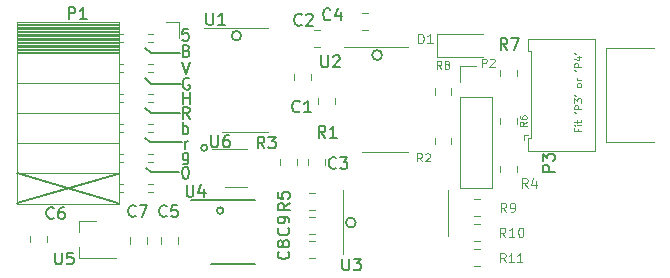
<source format=gto>
G04 #@! TF.GenerationSoftware,KiCad,Pcbnew,(5.1.4)-1*
G04 #@! TF.CreationDate,2020-02-28T01:30:03+00:00*
G04 #@! TF.ProjectId,analog,616e616c-6f67-42e6-9b69-6361645f7063,rev?*
G04 #@! TF.SameCoordinates,Original*
G04 #@! TF.FileFunction,Legend,Top*
G04 #@! TF.FilePolarity,Positive*
%FSLAX46Y46*%
G04 Gerber Fmt 4.6, Leading zero omitted, Abs format (unit mm)*
G04 Created by KiCad (PCBNEW (5.1.4)-1) date 2020-02-28 01:30:03*
%MOMM*%
%LPD*%
G04 APERTURE LIST*
%ADD10C,0.100000*%
%ADD11C,0.150000*%
%ADD12C,0.120000*%
G04 APERTURE END LIST*
D10*
X75210542Y-42088045D02*
X75210542Y-42288045D01*
X75524828Y-42288045D02*
X74924828Y-42288045D01*
X74924828Y-42002331D01*
X75524828Y-41773760D02*
X75124828Y-41773760D01*
X74924828Y-41773760D02*
X74953400Y-41802331D01*
X74981971Y-41773760D01*
X74953400Y-41745188D01*
X74924828Y-41773760D01*
X74981971Y-41773760D01*
X75124828Y-41573760D02*
X75124828Y-41345188D01*
X74924828Y-41488045D02*
X75439114Y-41488045D01*
X75496257Y-41459474D01*
X75524828Y-41402331D01*
X75524828Y-41345188D01*
X74924828Y-40659474D02*
X75039114Y-40716617D01*
X75524828Y-40402331D02*
X74924828Y-40402331D01*
X74924828Y-40173760D01*
X74953400Y-40116617D01*
X74981971Y-40088045D01*
X75039114Y-40059474D01*
X75124828Y-40059474D01*
X75181971Y-40088045D01*
X75210542Y-40116617D01*
X75239114Y-40173760D01*
X75239114Y-40402331D01*
X74924828Y-39859474D02*
X74924828Y-39488045D01*
X75153400Y-39688045D01*
X75153400Y-39602331D01*
X75181971Y-39545188D01*
X75210542Y-39516617D01*
X75267685Y-39488045D01*
X75410542Y-39488045D01*
X75467685Y-39516617D01*
X75496257Y-39545188D01*
X75524828Y-39602331D01*
X75524828Y-39773760D01*
X75496257Y-39830902D01*
X75467685Y-39859474D01*
X74924828Y-39202331D02*
X75039114Y-39259474D01*
X75524828Y-38402331D02*
X75496257Y-38459474D01*
X75467685Y-38488045D01*
X75410542Y-38516617D01*
X75239114Y-38516617D01*
X75181971Y-38488045D01*
X75153400Y-38459474D01*
X75124828Y-38402331D01*
X75124828Y-38316617D01*
X75153400Y-38259474D01*
X75181971Y-38230902D01*
X75239114Y-38202331D01*
X75410542Y-38202331D01*
X75467685Y-38230902D01*
X75496257Y-38259474D01*
X75524828Y-38316617D01*
X75524828Y-38402331D01*
X75524828Y-37945188D02*
X75124828Y-37945188D01*
X75239114Y-37945188D02*
X75181971Y-37916617D01*
X75153400Y-37888045D01*
X75124828Y-37830902D01*
X75124828Y-37773760D01*
X74924828Y-37088045D02*
X75039114Y-37145188D01*
X75524828Y-36830902D02*
X74924828Y-36830902D01*
X74924828Y-36602331D01*
X74953400Y-36545188D01*
X74981971Y-36516617D01*
X75039114Y-36488045D01*
X75124828Y-36488045D01*
X75181971Y-36516617D01*
X75210542Y-36545188D01*
X75239114Y-36602331D01*
X75239114Y-36830902D01*
X75124828Y-35973760D02*
X75524828Y-35973760D01*
X74896257Y-36116617D02*
X75324828Y-36259474D01*
X75324828Y-35888045D01*
X74924828Y-35630902D02*
X75039114Y-35688045D01*
D11*
X27780800Y-48320960D02*
X36315200Y-45882560D01*
X27780800Y-45831760D02*
X36315200Y-48371760D01*
X43863028Y-43659007D02*
G75*
G03X43863028Y-43659007I-263108J0D01*
G01*
X39083800Y-45755560D02*
X41496800Y-45755560D01*
X38702800Y-45349160D02*
X39083800Y-45755560D01*
X56431808Y-49999900D02*
G75*
G03X56431808Y-49999900I-418908J0D01*
G01*
X39541000Y-43215560D02*
X41700000Y-43215560D01*
X39617200Y-38237160D02*
X41598400Y-38237160D01*
X39566400Y-40726360D02*
X41547600Y-40726360D01*
X39058400Y-35620960D02*
X41573000Y-35620960D01*
X38626600Y-35189160D02*
X39058400Y-35620960D01*
X39033000Y-43215560D02*
X38626600Y-42809160D01*
X39541000Y-43215560D02*
X39033000Y-43215560D01*
X39058400Y-40726360D02*
X38601200Y-40269160D01*
X39566400Y-40726360D02*
X39058400Y-40726360D01*
X39134600Y-38237160D02*
X38626600Y-37729160D01*
X39617200Y-38237160D02*
X39134600Y-38237160D01*
X45224766Y-48981360D02*
G75*
G03X45224766Y-48981360I-273566J0D01*
G01*
X41933371Y-43794940D02*
X41933371Y-43128274D01*
X41933371Y-43318750D02*
X41980990Y-43223512D01*
X42028609Y-43175893D01*
X42123847Y-43128274D01*
X42219085Y-43128274D01*
X42365123Y-41229540D02*
X42031790Y-40753350D01*
X41793695Y-41229540D02*
X41793695Y-40229540D01*
X42174647Y-40229540D01*
X42269885Y-40277160D01*
X42317504Y-40324779D01*
X42365123Y-40420017D01*
X42365123Y-40562874D01*
X42317504Y-40658112D01*
X42269885Y-40705731D01*
X42174647Y-40753350D01*
X41793695Y-40753350D01*
X42342904Y-37787960D02*
X42247666Y-37740340D01*
X42104809Y-37740340D01*
X41961952Y-37787960D01*
X41866714Y-37883198D01*
X41819095Y-37978436D01*
X41771476Y-38168912D01*
X41771476Y-38311769D01*
X41819095Y-38502245D01*
X41866714Y-38597483D01*
X41961952Y-38692721D01*
X42104809Y-38740340D01*
X42200047Y-38740340D01*
X42342904Y-38692721D01*
X42390523Y-38645102D01*
X42390523Y-38311769D01*
X42200047Y-38311769D01*
X58661928Y-35819080D02*
G75*
G03X58661928Y-35819080I-418908J0D01*
G01*
X46729200Y-34173160D02*
G75*
G03X46729200Y-34173160I-401609J0D01*
G01*
X41969880Y-45284140D02*
X42065119Y-45284140D01*
X42160357Y-45331760D01*
X42207976Y-45379379D01*
X42255595Y-45474617D01*
X42303214Y-45665093D01*
X42303214Y-45903188D01*
X42255595Y-46093664D01*
X42207976Y-46188902D01*
X42160357Y-46236521D01*
X42065119Y-46284140D01*
X41969880Y-46284140D01*
X41874642Y-46236521D01*
X41827023Y-46188902D01*
X41779404Y-46093664D01*
X41731785Y-45903188D01*
X41731785Y-45665093D01*
X41779404Y-45474617D01*
X41827023Y-45379379D01*
X41874642Y-45331760D01*
X41969880Y-45284140D01*
X42101628Y-35447931D02*
X42244485Y-35495550D01*
X42292104Y-35543169D01*
X42339723Y-35638407D01*
X42339723Y-35781264D01*
X42292104Y-35876502D01*
X42244485Y-35924121D01*
X42149247Y-35971740D01*
X41768295Y-35971740D01*
X41768295Y-34971740D01*
X42101628Y-34971740D01*
X42196866Y-35019360D01*
X42244485Y-35066979D01*
X42292104Y-35162217D01*
X42292104Y-35257455D01*
X42244485Y-35352693D01*
X42196866Y-35400312D01*
X42101628Y-35447931D01*
X41768295Y-35447931D01*
X42244485Y-44068074D02*
X42244485Y-44877598D01*
X42196866Y-44972836D01*
X42149247Y-45020455D01*
X42054009Y-45068074D01*
X41911152Y-45068074D01*
X41815914Y-45020455D01*
X42244485Y-44687121D02*
X42149247Y-44734740D01*
X41958771Y-44734740D01*
X41863533Y-44687121D01*
X41815914Y-44639502D01*
X41768295Y-44544264D01*
X41768295Y-44258550D01*
X41815914Y-44163312D01*
X41863533Y-44115693D01*
X41958771Y-44068074D01*
X42149247Y-44068074D01*
X42244485Y-44115693D01*
X41790514Y-42524940D02*
X41790514Y-41524940D01*
X41790514Y-41905893D02*
X41885752Y-41858274D01*
X42076228Y-41858274D01*
X42171466Y-41905893D01*
X42219085Y-41953512D01*
X42266704Y-42048750D01*
X42266704Y-42334464D01*
X42219085Y-42429702D01*
X42171466Y-42477321D01*
X42076228Y-42524940D01*
X41885752Y-42524940D01*
X41790514Y-42477321D01*
X41795285Y-39984940D02*
X41795285Y-38984940D01*
X41795285Y-39461131D02*
X42366714Y-39461131D01*
X42366714Y-39984940D02*
X42366714Y-38984940D01*
X41722266Y-36444940D02*
X42055600Y-37444940D01*
X42388933Y-36444940D01*
X42268295Y-33600140D02*
X41792104Y-33600140D01*
X41744485Y-34076331D01*
X41792104Y-34028712D01*
X41887342Y-33981093D01*
X42125438Y-33981093D01*
X42220676Y-34028712D01*
X42268295Y-34076331D01*
X42315914Y-34171569D01*
X42315914Y-34409664D01*
X42268295Y-34504902D01*
X42220676Y-34552521D01*
X42125438Y-34600140D01*
X41887342Y-34600140D01*
X41792104Y-34552521D01*
X41744485Y-34504902D01*
D12*
X47034000Y-42367360D02*
X48984000Y-42367360D01*
X47034000Y-42367360D02*
X45084000Y-42367360D01*
X47034000Y-33497360D02*
X48984000Y-33497360D01*
X47034000Y-33497360D02*
X43584000Y-33497360D01*
X53789200Y-45127812D02*
X53789200Y-44605308D01*
X52369200Y-45127812D02*
X52369200Y-44605308D01*
X65287400Y-36780160D02*
X66617400Y-36780160D01*
X65287400Y-38110160D02*
X65287400Y-36780160D01*
X65287400Y-39380160D02*
X67947400Y-39380160D01*
X67947400Y-39380160D02*
X67947400Y-47060160D01*
X65287400Y-39380160D02*
X65287400Y-47060160D01*
X65287400Y-47060160D02*
X67947400Y-47060160D01*
X64245200Y-49209960D02*
X64245200Y-47259960D01*
X64245200Y-49209960D02*
X64245200Y-51159960D01*
X55375200Y-49209960D02*
X55375200Y-47259960D01*
X55375200Y-49209960D02*
X55375200Y-52659960D01*
D11*
X44163700Y-53485160D02*
X47872300Y-53485160D01*
X42493000Y-48085160D02*
X47876600Y-48085160D01*
D12*
X68676000Y-45189508D02*
X68676000Y-45712012D01*
X70096000Y-45189508D02*
X70096000Y-45712012D01*
X68676000Y-41673412D02*
X68676000Y-41150908D01*
X70096000Y-41673412D02*
X70096000Y-41150908D01*
X68663300Y-37061508D02*
X68663300Y-37584012D01*
X70083300Y-37061508D02*
X70083300Y-37584012D01*
X63113400Y-39162512D02*
X63113400Y-38640008D01*
X64533400Y-39162512D02*
X64533400Y-38640008D01*
X57490812Y-32274440D02*
X56968308Y-32274440D01*
X57490812Y-33694440D02*
X56968308Y-33694440D01*
X38752400Y-51260108D02*
X38752400Y-51782612D01*
X37332400Y-51260108D02*
X37332400Y-51782612D01*
X28848800Y-51158508D02*
X28848800Y-51681012D01*
X30268800Y-51158508D02*
X30268800Y-51681012D01*
X32964400Y-49839760D02*
X32964400Y-50769760D01*
X32964400Y-52999760D02*
X32964400Y-52069760D01*
X32964400Y-52999760D02*
X36124400Y-52999760D01*
X32964400Y-49839760D02*
X34424400Y-49839760D01*
X52487748Y-52967960D02*
X53010252Y-52967960D01*
X52487748Y-51547960D02*
X53010252Y-51547960D01*
X52633500Y-37379008D02*
X52633500Y-37901512D01*
X51213500Y-37379008D02*
X51213500Y-37901512D01*
X41343200Y-51260108D02*
X41343200Y-51782612D01*
X39923200Y-51260108D02*
X39923200Y-51782612D01*
X63100700Y-43362512D02*
X63100700Y-42840008D01*
X64520700Y-43362512D02*
X64520700Y-42840008D01*
X52856048Y-33704460D02*
X53378552Y-33704460D01*
X52856048Y-35124460D02*
X53378552Y-35124460D01*
X54678200Y-39436408D02*
X54678200Y-39958912D01*
X53258200Y-39436408D02*
X53258200Y-39958912D01*
X58908500Y-44018360D02*
X60858500Y-44018360D01*
X58908500Y-44018360D02*
X56958500Y-44018360D01*
X58908500Y-35148360D02*
X60858500Y-35148360D01*
X58908500Y-35148360D02*
X55458500Y-35148360D01*
X52487748Y-50935960D02*
X53010252Y-50935960D01*
X52487748Y-49515960D02*
X53010252Y-49515960D01*
X53010252Y-48903960D02*
X52487748Y-48903960D01*
X53010252Y-47483960D02*
X52487748Y-47483960D01*
X51452400Y-45137972D02*
X51452400Y-44615468D01*
X50032400Y-45137972D02*
X50032400Y-44615468D01*
X45397400Y-46992180D02*
X47197400Y-46992180D01*
X47197400Y-43772180D02*
X44247400Y-43772180D01*
X66939612Y-49434820D02*
X66417108Y-49434820D01*
X66939612Y-48014820D02*
X66417108Y-48014820D01*
X66949772Y-50100160D02*
X66427268Y-50100160D01*
X66949772Y-51520160D02*
X66427268Y-51520160D01*
X66949772Y-53669000D02*
X66427268Y-53669000D01*
X66949772Y-52249000D02*
X66427268Y-52249000D01*
X27723800Y-33166360D02*
X36353800Y-33166360D01*
X27723800Y-33284455D02*
X36353800Y-33284455D01*
X27723800Y-33402550D02*
X36353800Y-33402550D01*
X27723800Y-33520645D02*
X36353800Y-33520645D01*
X27723800Y-33638740D02*
X36353800Y-33638740D01*
X27723800Y-33756835D02*
X36353800Y-33756835D01*
X27723800Y-33874930D02*
X36353800Y-33874930D01*
X27723800Y-33993025D02*
X36353800Y-33993025D01*
X27723800Y-34111120D02*
X36353800Y-34111120D01*
X27723800Y-34229215D02*
X36353800Y-34229215D01*
X27723800Y-34347310D02*
X36353800Y-34347310D01*
X27723800Y-34465405D02*
X36353800Y-34465405D01*
X27723800Y-34583500D02*
X36353800Y-34583500D01*
X27723800Y-34701595D02*
X36353800Y-34701595D01*
X27723800Y-34819690D02*
X36353800Y-34819690D01*
X27723800Y-34937785D02*
X36353800Y-34937785D01*
X27723800Y-35055880D02*
X36353800Y-35055880D01*
X27723800Y-35173975D02*
X36353800Y-35173975D01*
X27723800Y-35292070D02*
X36353800Y-35292070D01*
X27723800Y-35410165D02*
X36353800Y-35410165D01*
X27723800Y-35528260D02*
X36353800Y-35528260D01*
X36353800Y-34016360D02*
X36763800Y-34016360D01*
X38863800Y-34016360D02*
X39243800Y-34016360D01*
X36353800Y-34736360D02*
X36763800Y-34736360D01*
X38863800Y-34736360D02*
X39243800Y-34736360D01*
X36353800Y-36556360D02*
X36763800Y-36556360D01*
X38863800Y-36556360D02*
X39303800Y-36556360D01*
X36353800Y-37276360D02*
X36763800Y-37276360D01*
X38863800Y-37276360D02*
X39303800Y-37276360D01*
X36353800Y-39096360D02*
X36763800Y-39096360D01*
X38863800Y-39096360D02*
X39303800Y-39096360D01*
X36353800Y-39816360D02*
X36763800Y-39816360D01*
X38863800Y-39816360D02*
X39303800Y-39816360D01*
X36353800Y-41636360D02*
X36763800Y-41636360D01*
X38863800Y-41636360D02*
X39303800Y-41636360D01*
X36353800Y-42356360D02*
X36763800Y-42356360D01*
X38863800Y-42356360D02*
X39303800Y-42356360D01*
X36353800Y-44176360D02*
X36763800Y-44176360D01*
X38863800Y-44176360D02*
X39303800Y-44176360D01*
X36353800Y-44896360D02*
X36763800Y-44896360D01*
X38863800Y-44896360D02*
X39303800Y-44896360D01*
X36353800Y-46716360D02*
X36763800Y-46716360D01*
X38863800Y-46716360D02*
X39303800Y-46716360D01*
X36353800Y-47436360D02*
X36763800Y-47436360D01*
X38863800Y-47436360D02*
X39303800Y-47436360D01*
X27723800Y-35646360D02*
X36353800Y-35646360D01*
X27723800Y-38186360D02*
X36353800Y-38186360D01*
X27723800Y-40726360D02*
X36353800Y-40726360D01*
X27723800Y-43266360D02*
X36353800Y-43266360D01*
X27723800Y-45806360D02*
X36353800Y-45806360D01*
X27723800Y-33046360D02*
X36353800Y-33046360D01*
X36353800Y-33046360D02*
X36353800Y-48406360D01*
X27723800Y-48406360D02*
X36353800Y-48406360D01*
X27723800Y-33046360D02*
X27723800Y-48406360D01*
X41463800Y-33046360D02*
X41463800Y-34376360D01*
X40353800Y-33046360D02*
X41463800Y-33046360D01*
X63275200Y-34011360D02*
X63275200Y-36011360D01*
X63275200Y-36011360D02*
X67175200Y-36011360D01*
X63275200Y-34011360D02*
X67175200Y-34011360D01*
X81655200Y-35200960D02*
X77655200Y-35200960D01*
X77655200Y-35200960D02*
X77655200Y-43200960D01*
X77655200Y-43200960D02*
X81655200Y-43200960D01*
X76714600Y-34440960D02*
X76714600Y-39175960D01*
X70994600Y-34440960D02*
X76714600Y-34440960D01*
X70994600Y-35510960D02*
X70994600Y-34440960D01*
X71294600Y-35510960D02*
X70994600Y-35510960D01*
X71294600Y-39175960D02*
X71294600Y-35510960D01*
X76714600Y-43910960D02*
X76714600Y-39175960D01*
X70994600Y-43910960D02*
X76714600Y-43910960D01*
X70994600Y-42840960D02*
X70994600Y-43910960D01*
X71294600Y-42840960D02*
X70994600Y-42840960D01*
X71294600Y-39175960D02*
X71294600Y-42840960D01*
X70704600Y-42550960D02*
X70704600Y-43050960D01*
X71004600Y-42550960D02*
X70704600Y-42550960D01*
D11*
X43782895Y-32253940D02*
X43782895Y-33063464D01*
X43830514Y-33158702D01*
X43878133Y-33206321D01*
X43973371Y-33253940D01*
X44163847Y-33253940D01*
X44259085Y-33206321D01*
X44306704Y-33158702D01*
X44354323Y-33063464D01*
X44354323Y-32253940D01*
X45354323Y-33253940D02*
X44782895Y-33253940D01*
X45068609Y-33253940D02*
X45068609Y-32253940D01*
X44973371Y-32396798D01*
X44878133Y-32492036D01*
X44782895Y-32539655D01*
X54776893Y-45353242D02*
X54729274Y-45400861D01*
X54586417Y-45448480D01*
X54491179Y-45448480D01*
X54348321Y-45400861D01*
X54253083Y-45305623D01*
X54205464Y-45210385D01*
X54157845Y-45019909D01*
X54157845Y-44877052D01*
X54205464Y-44686576D01*
X54253083Y-44591338D01*
X54348321Y-44496100D01*
X54491179Y-44448480D01*
X54586417Y-44448480D01*
X54729274Y-44496100D01*
X54776893Y-44543719D01*
X55110226Y-44448480D02*
X55729274Y-44448480D01*
X55395940Y-44829433D01*
X55538798Y-44829433D01*
X55634036Y-44877052D01*
X55681655Y-44924671D01*
X55729274Y-45019909D01*
X55729274Y-45258004D01*
X55681655Y-45353242D01*
X55634036Y-45400861D01*
X55538798Y-45448480D01*
X55253083Y-45448480D01*
X55157845Y-45400861D01*
X55110226Y-45353242D01*
D12*
X67116733Y-36826626D02*
X67116733Y-36126626D01*
X67383400Y-36126626D01*
X67450066Y-36159960D01*
X67483400Y-36193293D01*
X67516733Y-36259960D01*
X67516733Y-36359960D01*
X67483400Y-36426626D01*
X67450066Y-36459960D01*
X67383400Y-36493293D01*
X67116733Y-36493293D01*
X67783400Y-36193293D02*
X67816733Y-36159960D01*
X67883400Y-36126626D01*
X68050066Y-36126626D01*
X68116733Y-36159960D01*
X68150066Y-36193293D01*
X68183400Y-36259960D01*
X68183400Y-36326626D01*
X68150066Y-36426626D01*
X67750066Y-36826626D01*
X68183400Y-36826626D01*
D11*
X55301795Y-53056540D02*
X55301795Y-53866064D01*
X55349414Y-53961302D01*
X55397033Y-54008921D01*
X55492271Y-54056540D01*
X55682747Y-54056540D01*
X55777985Y-54008921D01*
X55825604Y-53961302D01*
X55873223Y-53866064D01*
X55873223Y-53056540D01*
X56254176Y-53056540D02*
X56873223Y-53056540D01*
X56539890Y-53437493D01*
X56682747Y-53437493D01*
X56777985Y-53485112D01*
X56825604Y-53532731D01*
X56873223Y-53627969D01*
X56873223Y-53866064D01*
X56825604Y-53961302D01*
X56777985Y-54008921D01*
X56682747Y-54056540D01*
X56397033Y-54056540D01*
X56301795Y-54008921D01*
X56254176Y-53961302D01*
X42106495Y-46808140D02*
X42106495Y-47617664D01*
X42154114Y-47712902D01*
X42201733Y-47760521D01*
X42296971Y-47808140D01*
X42487447Y-47808140D01*
X42582685Y-47760521D01*
X42630304Y-47712902D01*
X42677923Y-47617664D01*
X42677923Y-46808140D01*
X43582685Y-47141474D02*
X43582685Y-47808140D01*
X43344590Y-46760521D02*
X43106495Y-47474807D01*
X43725542Y-47474807D01*
D10*
X70979866Y-47044564D02*
X70713200Y-46663612D01*
X70522723Y-47044564D02*
X70522723Y-46244564D01*
X70827485Y-46244564D01*
X70903676Y-46282660D01*
X70941771Y-46320755D01*
X70979866Y-46396945D01*
X70979866Y-46511231D01*
X70941771Y-46587421D01*
X70903676Y-46625517D01*
X70827485Y-46663612D01*
X70522723Y-46663612D01*
X71665580Y-46511231D02*
X71665580Y-47044564D01*
X71475104Y-46206469D02*
X71284628Y-46777898D01*
X71779866Y-46777898D01*
X70902028Y-41486760D02*
X70616314Y-41686760D01*
X70902028Y-41829617D02*
X70302028Y-41829617D01*
X70302028Y-41601045D01*
X70330600Y-41543902D01*
X70359171Y-41515331D01*
X70416314Y-41486760D01*
X70502028Y-41486760D01*
X70559171Y-41515331D01*
X70587742Y-41543902D01*
X70616314Y-41601045D01*
X70616314Y-41829617D01*
X70302028Y-40972474D02*
X70302028Y-41086760D01*
X70330600Y-41143902D01*
X70359171Y-41172474D01*
X70444885Y-41229617D01*
X70559171Y-41258188D01*
X70787742Y-41258188D01*
X70844885Y-41229617D01*
X70873457Y-41201045D01*
X70902028Y-41143902D01*
X70902028Y-41029617D01*
X70873457Y-40972474D01*
X70844885Y-40943902D01*
X70787742Y-40915331D01*
X70644885Y-40915331D01*
X70587742Y-40943902D01*
X70559171Y-40972474D01*
X70530600Y-41029617D01*
X70530600Y-41143902D01*
X70559171Y-41201045D01*
X70587742Y-41229617D01*
X70644885Y-41258188D01*
D11*
X69270133Y-35374840D02*
X68936800Y-34898650D01*
X68698704Y-35374840D02*
X68698704Y-34374840D01*
X69079657Y-34374840D01*
X69174895Y-34422460D01*
X69222514Y-34470079D01*
X69270133Y-34565317D01*
X69270133Y-34708174D01*
X69222514Y-34803412D01*
X69174895Y-34851031D01*
X69079657Y-34898650D01*
X68698704Y-34898650D01*
X69603466Y-34374840D02*
X70270133Y-34374840D01*
X69841561Y-35374840D01*
D12*
X63681333Y-37004426D02*
X63448000Y-36671093D01*
X63281333Y-37004426D02*
X63281333Y-36304426D01*
X63548000Y-36304426D01*
X63614666Y-36337760D01*
X63648000Y-36371093D01*
X63681333Y-36437760D01*
X63681333Y-36537760D01*
X63648000Y-36604426D01*
X63614666Y-36637760D01*
X63548000Y-36671093D01*
X63281333Y-36671093D01*
X64081333Y-36604426D02*
X64014666Y-36571093D01*
X63981333Y-36537760D01*
X63948000Y-36471093D01*
X63948000Y-36437760D01*
X63981333Y-36371093D01*
X64014666Y-36337760D01*
X64081333Y-36304426D01*
X64214666Y-36304426D01*
X64281333Y-36337760D01*
X64314666Y-36371093D01*
X64348000Y-36437760D01*
X64348000Y-36471093D01*
X64314666Y-36537760D01*
X64281333Y-36571093D01*
X64214666Y-36604426D01*
X64081333Y-36604426D01*
X64014666Y-36637760D01*
X63981333Y-36671093D01*
X63948000Y-36737760D01*
X63948000Y-36871093D01*
X63981333Y-36937760D01*
X64014666Y-36971093D01*
X64081333Y-37004426D01*
X64214666Y-37004426D01*
X64281333Y-36971093D01*
X64314666Y-36937760D01*
X64348000Y-36871093D01*
X64348000Y-36737760D01*
X64314666Y-36671093D01*
X64281333Y-36637760D01*
X64214666Y-36604426D01*
D11*
X54284133Y-32777702D02*
X54236514Y-32825321D01*
X54093657Y-32872940D01*
X53998419Y-32872940D01*
X53855561Y-32825321D01*
X53760323Y-32730083D01*
X53712704Y-32634845D01*
X53665085Y-32444369D01*
X53665085Y-32301512D01*
X53712704Y-32111036D01*
X53760323Y-32015798D01*
X53855561Y-31920560D01*
X53998419Y-31872940D01*
X54093657Y-31872940D01*
X54236514Y-31920560D01*
X54284133Y-31968179D01*
X55141276Y-32206274D02*
X55141276Y-32872940D01*
X54903180Y-31825321D02*
X54665085Y-32539607D01*
X55284133Y-32539607D01*
X37799533Y-49427402D02*
X37751914Y-49475021D01*
X37609057Y-49522640D01*
X37513819Y-49522640D01*
X37370961Y-49475021D01*
X37275723Y-49379783D01*
X37228104Y-49284545D01*
X37180485Y-49094069D01*
X37180485Y-48951212D01*
X37228104Y-48760736D01*
X37275723Y-48665498D01*
X37370961Y-48570260D01*
X37513819Y-48522640D01*
X37609057Y-48522640D01*
X37751914Y-48570260D01*
X37799533Y-48617879D01*
X38132866Y-48522640D02*
X38799533Y-48522640D01*
X38370961Y-49522640D01*
X30865333Y-49605202D02*
X30817714Y-49652821D01*
X30674857Y-49700440D01*
X30579619Y-49700440D01*
X30436761Y-49652821D01*
X30341523Y-49557583D01*
X30293904Y-49462345D01*
X30246285Y-49271869D01*
X30246285Y-49129012D01*
X30293904Y-48938536D01*
X30341523Y-48843298D01*
X30436761Y-48748060D01*
X30579619Y-48700440D01*
X30674857Y-48700440D01*
X30817714Y-48748060D01*
X30865333Y-48795679D01*
X31722476Y-48700440D02*
X31532000Y-48700440D01*
X31436761Y-48748060D01*
X31389142Y-48795679D01*
X31293904Y-48938536D01*
X31246285Y-49129012D01*
X31246285Y-49509964D01*
X31293904Y-49605202D01*
X31341523Y-49652821D01*
X31436761Y-49700440D01*
X31627238Y-49700440D01*
X31722476Y-49652821D01*
X31770095Y-49605202D01*
X31817714Y-49509964D01*
X31817714Y-49271869D01*
X31770095Y-49176631D01*
X31722476Y-49129012D01*
X31627238Y-49081393D01*
X31436761Y-49081393D01*
X31341523Y-49129012D01*
X31293904Y-49176631D01*
X31246285Y-49271869D01*
X30968595Y-52535840D02*
X30968595Y-53345364D01*
X31016214Y-53440602D01*
X31063833Y-53488221D01*
X31159071Y-53535840D01*
X31349547Y-53535840D01*
X31444785Y-53488221D01*
X31492404Y-53440602D01*
X31540023Y-53345364D01*
X31540023Y-52535840D01*
X32492404Y-52535840D02*
X32016214Y-52535840D01*
X31968595Y-53012031D01*
X32016214Y-52964412D01*
X32111452Y-52916793D01*
X32349547Y-52916793D01*
X32444785Y-52964412D01*
X32492404Y-53012031D01*
X32540023Y-53107269D01*
X32540023Y-53345364D01*
X32492404Y-53440602D01*
X32444785Y-53488221D01*
X32349547Y-53535840D01*
X32111452Y-53535840D01*
X32016214Y-53488221D01*
X31968595Y-53440602D01*
X50718542Y-52462726D02*
X50766161Y-52510345D01*
X50813780Y-52653202D01*
X50813780Y-52748440D01*
X50766161Y-52891298D01*
X50670923Y-52986536D01*
X50575685Y-53034155D01*
X50385209Y-53081774D01*
X50242352Y-53081774D01*
X50051876Y-53034155D01*
X49956638Y-52986536D01*
X49861400Y-52891298D01*
X49813780Y-52748440D01*
X49813780Y-52653202D01*
X49861400Y-52510345D01*
X49909019Y-52462726D01*
X50242352Y-51891298D02*
X50194733Y-51986536D01*
X50147114Y-52034155D01*
X50051876Y-52081774D01*
X50004257Y-52081774D01*
X49909019Y-52034155D01*
X49861400Y-51986536D01*
X49813780Y-51891298D01*
X49813780Y-51700821D01*
X49861400Y-51605583D01*
X49909019Y-51557964D01*
X50004257Y-51510345D01*
X50051876Y-51510345D01*
X50147114Y-51557964D01*
X50194733Y-51605583D01*
X50242352Y-51700821D01*
X50242352Y-51891298D01*
X50289971Y-51986536D01*
X50337590Y-52034155D01*
X50432828Y-52081774D01*
X50623304Y-52081774D01*
X50718542Y-52034155D01*
X50766161Y-51986536D01*
X50813780Y-51891298D01*
X50813780Y-51700821D01*
X50766161Y-51605583D01*
X50718542Y-51557964D01*
X50623304Y-51510345D01*
X50432828Y-51510345D01*
X50337590Y-51557964D01*
X50289971Y-51605583D01*
X50242352Y-51700821D01*
X51680633Y-40579202D02*
X51633014Y-40626821D01*
X51490157Y-40674440D01*
X51394919Y-40674440D01*
X51252061Y-40626821D01*
X51156823Y-40531583D01*
X51109204Y-40436345D01*
X51061585Y-40245869D01*
X51061585Y-40103012D01*
X51109204Y-39912536D01*
X51156823Y-39817298D01*
X51252061Y-39722060D01*
X51394919Y-39674440D01*
X51490157Y-39674440D01*
X51633014Y-39722060D01*
X51680633Y-39769679D01*
X52633014Y-40674440D02*
X52061585Y-40674440D01*
X52347300Y-40674440D02*
X52347300Y-39674440D01*
X52252061Y-39817298D01*
X52156823Y-39912536D01*
X52061585Y-39960155D01*
X40415733Y-49427402D02*
X40368114Y-49475021D01*
X40225257Y-49522640D01*
X40130019Y-49522640D01*
X39987161Y-49475021D01*
X39891923Y-49379783D01*
X39844304Y-49284545D01*
X39796685Y-49094069D01*
X39796685Y-48951212D01*
X39844304Y-48760736D01*
X39891923Y-48665498D01*
X39987161Y-48570260D01*
X40130019Y-48522640D01*
X40225257Y-48522640D01*
X40368114Y-48570260D01*
X40415733Y-48617879D01*
X41320495Y-48522640D02*
X40844304Y-48522640D01*
X40796685Y-48998831D01*
X40844304Y-48951212D01*
X40939542Y-48903593D01*
X41177638Y-48903593D01*
X41272876Y-48951212D01*
X41320495Y-48998831D01*
X41368114Y-49094069D01*
X41368114Y-49332164D01*
X41320495Y-49427402D01*
X41272876Y-49475021D01*
X41177638Y-49522640D01*
X40939542Y-49522640D01*
X40844304Y-49475021D01*
X40796685Y-49427402D01*
D12*
X62055733Y-44827626D02*
X61822400Y-44494293D01*
X61655733Y-44827626D02*
X61655733Y-44127626D01*
X61922400Y-44127626D01*
X61989066Y-44160960D01*
X62022400Y-44194293D01*
X62055733Y-44260960D01*
X62055733Y-44360960D01*
X62022400Y-44427626D01*
X61989066Y-44460960D01*
X61922400Y-44494293D01*
X61655733Y-44494293D01*
X62322400Y-44194293D02*
X62355733Y-44160960D01*
X62422400Y-44127626D01*
X62589066Y-44127626D01*
X62655733Y-44160960D01*
X62689066Y-44194293D01*
X62722400Y-44260960D01*
X62722400Y-44327626D01*
X62689066Y-44427626D01*
X62289066Y-44827626D01*
X62722400Y-44827626D01*
D11*
X51845733Y-33234902D02*
X51798114Y-33282521D01*
X51655257Y-33330140D01*
X51560019Y-33330140D01*
X51417161Y-33282521D01*
X51321923Y-33187283D01*
X51274304Y-33092045D01*
X51226685Y-32901569D01*
X51226685Y-32758712D01*
X51274304Y-32568236D01*
X51321923Y-32472998D01*
X51417161Y-32377760D01*
X51560019Y-32330140D01*
X51655257Y-32330140D01*
X51798114Y-32377760D01*
X51845733Y-32425379D01*
X52226685Y-32425379D02*
X52274304Y-32377760D01*
X52369542Y-32330140D01*
X52607638Y-32330140D01*
X52702876Y-32377760D01*
X52750495Y-32425379D01*
X52798114Y-32520617D01*
X52798114Y-32615855D01*
X52750495Y-32758712D01*
X52179066Y-33330140D01*
X52798114Y-33330140D01*
X53852333Y-42817040D02*
X53519000Y-42340850D01*
X53280904Y-42817040D02*
X53280904Y-41817040D01*
X53661857Y-41817040D01*
X53757095Y-41864660D01*
X53804714Y-41912279D01*
X53852333Y-42007517D01*
X53852333Y-42150374D01*
X53804714Y-42245612D01*
X53757095Y-42293231D01*
X53661857Y-42340850D01*
X53280904Y-42340850D01*
X54804714Y-42817040D02*
X54233285Y-42817040D01*
X54519000Y-42817040D02*
X54519000Y-41817040D01*
X54423761Y-41959898D01*
X54328523Y-42055136D01*
X54233285Y-42102755D01*
X53518715Y-35845500D02*
X53518715Y-36655024D01*
X53566334Y-36750262D01*
X53613953Y-36797881D01*
X53709191Y-36845500D01*
X53899667Y-36845500D01*
X53994905Y-36797881D01*
X54042524Y-36750262D01*
X54090143Y-36655024D01*
X54090143Y-35845500D01*
X54518715Y-35940739D02*
X54566334Y-35893120D01*
X54661572Y-35845500D01*
X54899667Y-35845500D01*
X54994905Y-35893120D01*
X55042524Y-35940739D01*
X55090143Y-36035977D01*
X55090143Y-36131215D01*
X55042524Y-36274072D01*
X54471096Y-36845500D01*
X55090143Y-36845500D01*
X50718542Y-50456126D02*
X50766161Y-50503745D01*
X50813780Y-50646602D01*
X50813780Y-50741840D01*
X50766161Y-50884698D01*
X50670923Y-50979936D01*
X50575685Y-51027555D01*
X50385209Y-51075174D01*
X50242352Y-51075174D01*
X50051876Y-51027555D01*
X49956638Y-50979936D01*
X49861400Y-50884698D01*
X49813780Y-50741840D01*
X49813780Y-50646602D01*
X49861400Y-50503745D01*
X49909019Y-50456126D01*
X50813780Y-49979936D02*
X50813780Y-49789460D01*
X50766161Y-49694221D01*
X50718542Y-49646602D01*
X50575685Y-49551364D01*
X50385209Y-49503745D01*
X50004257Y-49503745D01*
X49909019Y-49551364D01*
X49861400Y-49598983D01*
X49813780Y-49694221D01*
X49813780Y-49884698D01*
X49861400Y-49979936D01*
X49909019Y-50027555D01*
X50004257Y-50075174D01*
X50242352Y-50075174D01*
X50337590Y-50027555D01*
X50385209Y-49979936D01*
X50432828Y-49884698D01*
X50432828Y-49694221D01*
X50385209Y-49598983D01*
X50337590Y-49551364D01*
X50242352Y-49503745D01*
X50826480Y-48347926D02*
X50350290Y-48681260D01*
X50826480Y-48919355D02*
X49826480Y-48919355D01*
X49826480Y-48538402D01*
X49874100Y-48443164D01*
X49921719Y-48395545D01*
X50016957Y-48347926D01*
X50159814Y-48347926D01*
X50255052Y-48395545D01*
X50302671Y-48443164D01*
X50350290Y-48538402D01*
X50350290Y-48919355D01*
X49826480Y-47443164D02*
X49826480Y-47919355D01*
X50302671Y-47966974D01*
X50255052Y-47919355D01*
X50207433Y-47824117D01*
X50207433Y-47586021D01*
X50255052Y-47490783D01*
X50302671Y-47443164D01*
X50397909Y-47395545D01*
X50636004Y-47395545D01*
X50731242Y-47443164D01*
X50778861Y-47490783D01*
X50826480Y-47586021D01*
X50826480Y-47824117D01*
X50778861Y-47919355D01*
X50731242Y-47966974D01*
X48701213Y-43716200D02*
X48367880Y-43240010D01*
X48129784Y-43716200D02*
X48129784Y-42716200D01*
X48510737Y-42716200D01*
X48605975Y-42763820D01*
X48653594Y-42811439D01*
X48701213Y-42906677D01*
X48701213Y-43049534D01*
X48653594Y-43144772D01*
X48605975Y-43192391D01*
X48510737Y-43240010D01*
X48129784Y-43240010D01*
X49034546Y-42716200D02*
X49653594Y-42716200D01*
X49320260Y-43097153D01*
X49463118Y-43097153D01*
X49558356Y-43144772D01*
X49605975Y-43192391D01*
X49653594Y-43287629D01*
X49653594Y-43525724D01*
X49605975Y-43620962D01*
X49558356Y-43668581D01*
X49463118Y-43716200D01*
X49177403Y-43716200D01*
X49082165Y-43668581D01*
X49034546Y-43620962D01*
X44189295Y-42619680D02*
X44189295Y-43429204D01*
X44236914Y-43524442D01*
X44284533Y-43572061D01*
X44379771Y-43619680D01*
X44570247Y-43619680D01*
X44665485Y-43572061D01*
X44713104Y-43524442D01*
X44760723Y-43429204D01*
X44760723Y-42619680D01*
X45665485Y-42619680D02*
X45475009Y-42619680D01*
X45379771Y-42667300D01*
X45332152Y-42714919D01*
X45236914Y-42857776D01*
X45189295Y-43048252D01*
X45189295Y-43429204D01*
X45236914Y-43524442D01*
X45284533Y-43572061D01*
X45379771Y-43619680D01*
X45570247Y-43619680D01*
X45665485Y-43572061D01*
X45713104Y-43524442D01*
X45760723Y-43429204D01*
X45760723Y-43191109D01*
X45713104Y-43095871D01*
X45665485Y-43048252D01*
X45570247Y-43000633D01*
X45379771Y-43000633D01*
X45284533Y-43048252D01*
X45236914Y-43095871D01*
X45189295Y-43191109D01*
D10*
X69161226Y-49112124D02*
X68894560Y-48731172D01*
X68704083Y-49112124D02*
X68704083Y-48312124D01*
X69008845Y-48312124D01*
X69085036Y-48350220D01*
X69123131Y-48388315D01*
X69161226Y-48464505D01*
X69161226Y-48578791D01*
X69123131Y-48654981D01*
X69085036Y-48693077D01*
X69008845Y-48731172D01*
X68704083Y-48731172D01*
X69542179Y-49112124D02*
X69694560Y-49112124D01*
X69770750Y-49074029D01*
X69808845Y-49035934D01*
X69885036Y-48921648D01*
X69923131Y-48769267D01*
X69923131Y-48464505D01*
X69885036Y-48388315D01*
X69846940Y-48350220D01*
X69770750Y-48312124D01*
X69618369Y-48312124D01*
X69542179Y-48350220D01*
X69504083Y-48388315D01*
X69465988Y-48464505D01*
X69465988Y-48654981D01*
X69504083Y-48731172D01*
X69542179Y-48769267D01*
X69618369Y-48807362D01*
X69770750Y-48807362D01*
X69846940Y-48769267D01*
X69885036Y-48731172D01*
X69923131Y-48654981D01*
X69107934Y-51222864D02*
X68841267Y-50841912D01*
X68650791Y-51222864D02*
X68650791Y-50422864D01*
X68955553Y-50422864D01*
X69031743Y-50460960D01*
X69069839Y-50499055D01*
X69107934Y-50575245D01*
X69107934Y-50689531D01*
X69069839Y-50765721D01*
X69031743Y-50803817D01*
X68955553Y-50841912D01*
X68650791Y-50841912D01*
X69869839Y-51222864D02*
X69412696Y-51222864D01*
X69641267Y-51222864D02*
X69641267Y-50422864D01*
X69565077Y-50537150D01*
X69488886Y-50613340D01*
X69412696Y-50651436D01*
X70365077Y-50422864D02*
X70441267Y-50422864D01*
X70517458Y-50460960D01*
X70555553Y-50499055D01*
X70593648Y-50575245D01*
X70631743Y-50727626D01*
X70631743Y-50918102D01*
X70593648Y-51070483D01*
X70555553Y-51146674D01*
X70517458Y-51184769D01*
X70441267Y-51222864D01*
X70365077Y-51222864D01*
X70288886Y-51184769D01*
X70250791Y-51146674D01*
X70212696Y-51070483D01*
X70174600Y-50918102D01*
X70174600Y-50727626D01*
X70212696Y-50575245D01*
X70250791Y-50499055D01*
X70288886Y-50460960D01*
X70365077Y-50422864D01*
X69114677Y-53349085D02*
X68864677Y-52991942D01*
X68686105Y-53349085D02*
X68686105Y-52599085D01*
X68971820Y-52599085D01*
X69043248Y-52634800D01*
X69078962Y-52670514D01*
X69114677Y-52741942D01*
X69114677Y-52849085D01*
X69078962Y-52920514D01*
X69043248Y-52956228D01*
X68971820Y-52991942D01*
X68686105Y-52991942D01*
X69828962Y-53349085D02*
X69400391Y-53349085D01*
X69614677Y-53349085D02*
X69614677Y-52599085D01*
X69543248Y-52706228D01*
X69471820Y-52777657D01*
X69400391Y-52813371D01*
X70543248Y-53349085D02*
X70114677Y-53349085D01*
X70328962Y-53349085D02*
X70328962Y-52599085D01*
X70257534Y-52706228D01*
X70186105Y-52777657D01*
X70114677Y-52813371D01*
D11*
X32122704Y-32771340D02*
X32122704Y-31771340D01*
X32503657Y-31771340D01*
X32598895Y-31818960D01*
X32646514Y-31866579D01*
X32694133Y-31961817D01*
X32694133Y-32104674D01*
X32646514Y-32199912D01*
X32598895Y-32247531D01*
X32503657Y-32295150D01*
X32122704Y-32295150D01*
X33646514Y-32771340D02*
X33075085Y-32771340D01*
X33360800Y-32771340D02*
X33360800Y-31771340D01*
X33265561Y-31914198D01*
X33170323Y-32009436D01*
X33075085Y-32057055D01*
D12*
X61734323Y-34814464D02*
X61734323Y-34014464D01*
X61924800Y-34014464D01*
X62039085Y-34052560D01*
X62115276Y-34128750D01*
X62153371Y-34204940D01*
X62191466Y-34357321D01*
X62191466Y-34471607D01*
X62153371Y-34623988D01*
X62115276Y-34700179D01*
X62039085Y-34776369D01*
X61924800Y-34814464D01*
X61734323Y-34814464D01*
X62953371Y-34814464D02*
X62496228Y-34814464D01*
X62724800Y-34814464D02*
X62724800Y-34014464D01*
X62648609Y-34128750D01*
X62572419Y-34204940D01*
X62496228Y-34243036D01*
D11*
X73267380Y-45689855D02*
X72267380Y-45689855D01*
X72267380Y-45308902D01*
X72315000Y-45213664D01*
X72362619Y-45166045D01*
X72457857Y-45118426D01*
X72600714Y-45118426D01*
X72695952Y-45166045D01*
X72743571Y-45213664D01*
X72791190Y-45308902D01*
X72791190Y-45689855D01*
X72267380Y-44785093D02*
X72267380Y-44166045D01*
X72648333Y-44499379D01*
X72648333Y-44356521D01*
X72695952Y-44261283D01*
X72743571Y-44213664D01*
X72838809Y-44166045D01*
X73076904Y-44166045D01*
X73172142Y-44213664D01*
X73219761Y-44261283D01*
X73267380Y-44356521D01*
X73267380Y-44642236D01*
X73219761Y-44737474D01*
X73172142Y-44785093D01*
M02*

</source>
